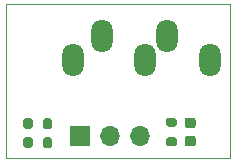
<source format=gbr>
%TF.GenerationSoftware,KiCad,Pcbnew,(5.1.8-0-10_14)*%
%TF.CreationDate,2020-11-19T18:25:59+01:00*%
%TF.ProjectId,AC_Current_Transformer,41435f43-7572-4726-956e-745f5472616e,rev?*%
%TF.SameCoordinates,Original*%
%TF.FileFunction,Soldermask,Top*%
%TF.FilePolarity,Negative*%
%FSLAX46Y46*%
G04 Gerber Fmt 4.6, Leading zero omitted, Abs format (unit mm)*
G04 Created by KiCad (PCBNEW (5.1.8-0-10_14)) date 2020-11-19 18:25:59*
%MOMM*%
%LPD*%
G01*
G04 APERTURE LIST*
%TA.AperFunction,Profile*%
%ADD10C,0.050000*%
%TD*%
%ADD11O,1.700000X1.700000*%
%ADD12R,1.700000X1.700000*%
%ADD13O,1.800000X2.800000*%
G04 APERTURE END LIST*
D10*
X110600000Y-98100000D02*
X110600000Y-111100000D01*
X129600000Y-98100000D02*
X110600000Y-98100000D01*
X129600000Y-111100000D02*
X129600000Y-98100000D01*
X110600000Y-111100000D02*
X129600000Y-111100000D01*
D11*
%TO.C,J102*%
X121920000Y-109220000D03*
X119380000Y-109220000D03*
D12*
X116840000Y-109220000D03*
%TD*%
%TO.C,R103*%
G36*
G01*
X124325000Y-109325000D02*
X124875000Y-109325000D01*
G75*
G02*
X125075000Y-109525000I0J-200000D01*
G01*
X125075000Y-109925000D01*
G75*
G02*
X124875000Y-110125000I-200000J0D01*
G01*
X124325000Y-110125000D01*
G75*
G02*
X124125000Y-109925000I0J200000D01*
G01*
X124125000Y-109525000D01*
G75*
G02*
X124325000Y-109325000I200000J0D01*
G01*
G37*
G36*
G01*
X124325000Y-107675000D02*
X124875000Y-107675000D01*
G75*
G02*
X125075000Y-107875000I0J-200000D01*
G01*
X125075000Y-108275000D01*
G75*
G02*
X124875000Y-108475000I-200000J0D01*
G01*
X124325000Y-108475000D01*
G75*
G02*
X124125000Y-108275000I0J200000D01*
G01*
X124125000Y-107875000D01*
G75*
G02*
X124325000Y-107675000I200000J0D01*
G01*
G37*
%TD*%
%TO.C,R102*%
G36*
G01*
X112875000Y-109525000D02*
X112875000Y-110075000D01*
G75*
G02*
X112675000Y-110275000I-200000J0D01*
G01*
X112275000Y-110275000D01*
G75*
G02*
X112075000Y-110075000I0J200000D01*
G01*
X112075000Y-109525000D01*
G75*
G02*
X112275000Y-109325000I200000J0D01*
G01*
X112675000Y-109325000D01*
G75*
G02*
X112875000Y-109525000I0J-200000D01*
G01*
G37*
G36*
G01*
X114525000Y-109525000D02*
X114525000Y-110075000D01*
G75*
G02*
X114325000Y-110275000I-200000J0D01*
G01*
X113925000Y-110275000D01*
G75*
G02*
X113725000Y-110075000I0J200000D01*
G01*
X113725000Y-109525000D01*
G75*
G02*
X113925000Y-109325000I200000J0D01*
G01*
X114325000Y-109325000D01*
G75*
G02*
X114525000Y-109525000I0J-200000D01*
G01*
G37*
%TD*%
%TO.C,R101*%
G36*
G01*
X112875000Y-107925000D02*
X112875000Y-108475000D01*
G75*
G02*
X112675000Y-108675000I-200000J0D01*
G01*
X112275000Y-108675000D01*
G75*
G02*
X112075000Y-108475000I0J200000D01*
G01*
X112075000Y-107925000D01*
G75*
G02*
X112275000Y-107725000I200000J0D01*
G01*
X112675000Y-107725000D01*
G75*
G02*
X112875000Y-107925000I0J-200000D01*
G01*
G37*
G36*
G01*
X114525000Y-107925000D02*
X114525000Y-108475000D01*
G75*
G02*
X114325000Y-108675000I-200000J0D01*
G01*
X113925000Y-108675000D01*
G75*
G02*
X113725000Y-108475000I0J200000D01*
G01*
X113725000Y-107925000D01*
G75*
G02*
X113925000Y-107725000I200000J0D01*
G01*
X114325000Y-107725000D01*
G75*
G02*
X114525000Y-107925000I0J-200000D01*
G01*
G37*
%TD*%
D13*
%TO.C,J101*%
X122400000Y-102800000D03*
X127900000Y-102800000D03*
X124200000Y-100800000D03*
X118700000Y-100800000D03*
X116300000Y-102800000D03*
%TD*%
%TO.C,C101*%
G36*
G01*
X125950000Y-109225000D02*
X126450000Y-109225000D01*
G75*
G02*
X126675000Y-109450000I0J-225000D01*
G01*
X126675000Y-109900000D01*
G75*
G02*
X126450000Y-110125000I-225000J0D01*
G01*
X125950000Y-110125000D01*
G75*
G02*
X125725000Y-109900000I0J225000D01*
G01*
X125725000Y-109450000D01*
G75*
G02*
X125950000Y-109225000I225000J0D01*
G01*
G37*
G36*
G01*
X125950000Y-107675000D02*
X126450000Y-107675000D01*
G75*
G02*
X126675000Y-107900000I0J-225000D01*
G01*
X126675000Y-108350000D01*
G75*
G02*
X126450000Y-108575000I-225000J0D01*
G01*
X125950000Y-108575000D01*
G75*
G02*
X125725000Y-108350000I0J225000D01*
G01*
X125725000Y-107900000D01*
G75*
G02*
X125950000Y-107675000I225000J0D01*
G01*
G37*
%TD*%
M02*

</source>
